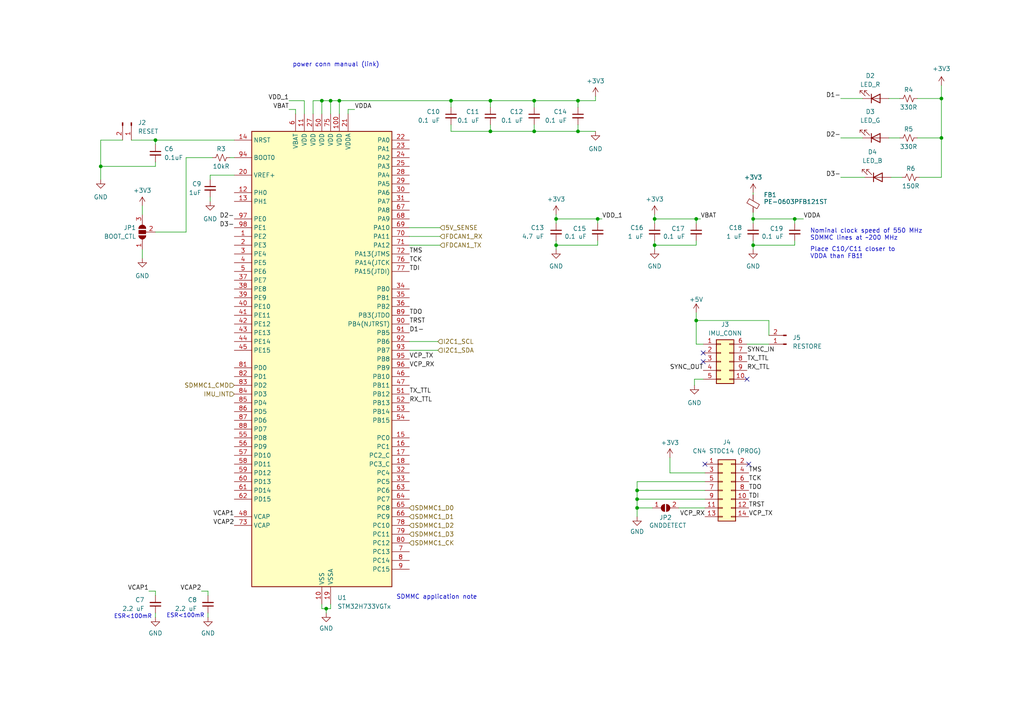
<source format=kicad_sch>
(kicad_sch (version 20230121) (generator eeschema)
  (paper "A4")
  (lib_symbols
    (symbol "Connector:Conn_01x02_Pin" (pin_names (offset 1.016) hide)
      (property "Reference" "J" (at 0 2.54 0))
      (property "Value" "Conn_01x02_Pin" (at 0 -5.08 0))
      (symbol "Conn_01x02_Pin_1_1"
        (polyline (pts (xy 1.27 -2.54) (xy 0.8636 -2.54)) (stroke (width 0.1524)))
        (polyline (pts (xy 1.27 0) (xy 0.8636 0)) (stroke (width 0.1524)))
        (rectangle (start 0.8636 -2.413) (end 0 -2.667) (stroke (width 0.1524)) (fill (type outline)))
        (rectangle (start 0.8636 0.127) (end 0 -0.127) (stroke (width 0.1524)) (fill (type outline)))
        (pin passive line (at 5.08 0 180) (length 3.81) (name "Pin_1") (number "1"))
        (pin passive line (at 5.08 -2.54 180) (length 3.81) (name "Pin_2") (number "2"))
      )
    )
    (symbol "Connector_Generic:Conn_02x05_Top_Bottom" (pin_names (offset 1.016) hide)
      (property "Reference" "J" (at 1.27 7.62 0))
      (property "Value" "Conn_02x05_Top_Bottom" (at 1.27 -7.62 0))
      (symbol "Conn_02x05_Top_Bottom_1_1"
        (rectangle (start -1.27 -4.953) (end 0 -5.207) (stroke (width 0.1524)))
        (rectangle (start -1.27 -2.413) (end 0 -2.667) (stroke (width 0.1524)))
        (rectangle (start -1.27 0.127) (end 0 -0.127) (stroke (width 0.1524)))
        (rectangle (start -1.27 2.667) (end 0 2.413) (stroke (width 0.1524)))
        (rectangle (start -1.27 5.207) (end 0 4.953) (stroke (width 0.1524)))
        (rectangle (start -1.27 6.35) (end 3.81 -6.35) (stroke (width 0.254)) (fill (type background)))
        (rectangle (start 3.81 -4.953) (end 2.54 -5.207) (stroke (width 0.1524)))
        (rectangle (start 3.81 -2.413) (end 2.54 -2.667) (stroke (width 0.1524)))
        (rectangle (start 3.81 0.127) (end 2.54 -0.127) (stroke (width 0.1524)))
        (rectangle (start 3.81 2.667) (end 2.54 2.413) (stroke (width 0.1524)))
        (rectangle (start 3.81 5.207) (end 2.54 4.953) (stroke (width 0.1524)))
        (pin passive line (at -5.08 5.08 0) (length 3.81) (name "Pin_1") (number "1"))
        (pin passive line (at 7.62 -5.08 180) (length 3.81) (name "Pin_10") (number "10"))
        (pin passive line (at -5.08 2.54 0) (length 3.81) (name "Pin_2") (number "2"))
        (pin passive line (at -5.08 0 0) (length 3.81) (name "Pin_3") (number "3"))
        (pin passive line (at -5.08 -2.54 0) (length 3.81) (name "Pin_4") (number "4"))
        (pin passive line (at -5.08 -5.08 0) (length 3.81) (name "Pin_5") (number "5"))
        (pin passive line (at 7.62 5.08 180) (length 3.81) (name "Pin_6") (number "6"))
        (pin passive line (at 7.62 2.54 180) (length 3.81) (name "Pin_7") (number "7"))
        (pin passive line (at 7.62 0 180) (length 3.81) (name "Pin_8") (number "8"))
        (pin passive line (at 7.62 -2.54 180) (length 3.81) (name "Pin_9") (number "9"))
      )
    )
    (symbol "Connector_Generic:Conn_02x07_Odd_Even" (pin_names (offset 1.016) hide)
      (property "Reference" "J" (at 1.27 10.16 0))
      (property "Value" "Conn_02x07_Odd_Even" (at 1.27 -10.16 0))
      (symbol "Conn_02x07_Odd_Even_1_1"
        (rectangle (start -1.27 -7.493) (end 0 -7.747) (stroke (width 0.1524)))
        (rectangle (start -1.27 -4.953) (end 0 -5.207) (stroke (width 0.1524)))
        (rectangle (start -1.27 -2.413) (end 0 -2.667) (stroke (width 0.1524)))
        (rectangle (start -1.27 0.127) (end 0 -0.127) (stroke (width 0.1524)))
        (rectangle (start -1.27 2.667) (end 0 2.413) (stroke (width 0.1524)))
        (rectangle (start -1.27 5.207) (end 0 4.953) (stroke (width 0.1524)))
        (rectangle (start -1.27 7.747) (end 0 7.493) (stroke (width 0.1524)))
        (rectangle (start -1.27 8.89) (end 3.81 -8.89) (stroke (width 0.254)) (fill (type background)))
        (rectangle (start 3.81 -7.493) (end 2.54 -7.747) (stroke (width 0.1524)))
        (rectangle (start 3.81 -4.953) (end 2.54 -5.207) (stroke (width 0.1524)))
        (rectangle (start 3.81 -2.413) (end 2.54 -2.667) (stroke (width 0.1524)))
        (rectangle (start 3.81 0.127) (end 2.54 -0.127) (stroke (width 0.1524)))
        (rectangle (start 3.81 2.667) (end 2.54 2.413) (stroke (width 0.1524)))
        (rectangle (start 3.81 5.207) (end 2.54 4.953) (stroke (width 0.1524)))
        (rectangle (start 3.81 7.747) (end 2.54 7.493) (stroke (width 0.1524)))
        (pin passive line (at -5.08 7.62 0) (length 3.81) (name "Pin_1") (number "1"))
        (pin passive line (at 7.62 -2.54 180) (length 3.81) (name "Pin_10") (number "10"))
        (pin passive line (at -5.08 -5.08 0) (length 3.81) (name "Pin_11") (number "11"))
        (pin passive line (at 7.62 -5.08 180) (length 3.81) (name "Pin_12") (number "12"))
        (pin passive line (at -5.08 -7.62 0) (length 3.81) (name "Pin_13") (number "13"))
        (pin passive line (at 7.62 -7.62 180) (length 3.81) (name "Pin_14") (number "14"))
        (pin passive line (at 7.62 7.62 180) (length 3.81) (name "Pin_2") (number "2"))
        (pin passive line (at -5.08 5.08 0) (length 3.81) (name "Pin_3") (number "3"))
        (pin passive line (at 7.62 5.08 180) (length 3.81) (name "Pin_4") (number "4"))
        (pin passive line (at -5.08 2.54 0) (length 3.81) (name "Pin_5") (number "5"))
        (pin passive line (at 7.62 2.54 180) (length 3.81) (name "Pin_6") (number "6"))
        (pin passive line (at -5.08 0 0) (length 3.81) (name "Pin_7") (number "7"))
        (pin passive line (at 7.62 0 180) (length 3.81) (name "Pin_8") (number "8"))
        (pin passive line (at -5.08 -2.54 0) (length 3.81) (name "Pin_9") (number "9"))
      )
    )
    (symbol "Device:C_Small" (pin_numbers hide) (pin_names (offset 0.254) hide)
      (property "Reference" "C" (at 0.254 1.778 0))
      (property "Value" "C_Small" (at 0.254 -2.032 0))
      (symbol "C_Small_0_1"
        (polyline (pts (xy -1.524 -0.508) (xy 1.524 -0.508)) (stroke (width 0.3302)))
        (polyline (pts (xy -1.524 0.508) (xy 1.524 0.508)) (stroke (width 0.3048)))
      )
      (symbol "C_Small_1_1"
        (pin passive line (at 0 2.54 270) (length 2.032) (name "~") (number "1"))
        (pin passive line (at 0 -2.54 90) (length 2.032) (name "~") (number "2"))
      )
    )
    (symbol "Device:FerriteBead_Small" (pin_numbers hide) (pin_names (offset 0))
      (property "Reference" "FB" (at 1.905 1.27 0))
      (property "Value" "FerriteBead_Small" (at 1.905 -1.27 0))
      (symbol "FerriteBead_Small_0_1"
        (polyline (pts (xy 0 -1.27) (xy 0 -0.7874)))
        (polyline (pts (xy 0 0.889) (xy 0 1.2954)))
        (polyline (pts (xy -1.8288 0.2794) (xy -1.1176 1.4986) (xy 1.8288 -0.2032) (xy 1.1176 -1.4224) (xy -1.8288 0.2794)))
      )
      (symbol "FerriteBead_Small_1_1"
        (pin passive line (at 0 2.54 270) (length 1.27) (name "~") (number "1"))
        (pin passive line (at 0 -2.54 90) (length 1.27) (name "~") (number "2"))
      )
    )
    (symbol "Device:LED" (pin_numbers hide) (pin_names (offset 1.016) hide)
      (property "Reference" "D" (at 0 2.54 0))
      (property "Value" "LED" (at 0 -2.54 0))
      (symbol "LED_0_1"
        (polyline (pts (xy -1.27 -1.27) (xy -1.27 1.27)) (stroke (width 0.254)))
        (polyline (pts (xy -1.27 0) (xy 1.27 0)))
        (polyline (pts (xy 1.27 -1.27) (xy 1.27 1.27) (xy -1.27 0) (xy 1.27 -1.27)) (stroke (width 0.254)))
        (polyline (pts (xy -3.048 -0.762) (xy -4.572 -2.286) (xy -3.81 -2.286) (xy -4.572 -2.286) (xy -4.572 -1.524)))
        (polyline (pts (xy -1.778 -0.762) (xy -3.302 -2.286) (xy -2.54 -2.286) (xy -3.302 -2.286) (xy -3.302 -1.524)))
      )
      (symbol "LED_1_1"
        (pin passive line (at -3.81 0 0) (length 2.54) (name "K") (number "1"))
        (pin passive line (at 3.81 0 180) (length 2.54) (name "A") (number "2"))
      )
    )
    (symbol "Device:R_Small_US" (pin_numbers hide) (pin_names (offset 0.254) hide)
      (property "Reference" "R" (at 0.762 0.508 0))
      (property "Value" "R_Small_US" (at 0.762 -1.016 0))
      (symbol "R_Small_US_1_1"
        (polyline (pts (xy 0 0) (xy 1.016 -0.381) (xy 0 -0.762) (xy -1.016 -1.143) (xy 0 -1.524)))
        (polyline (pts (xy 0 1.524) (xy 1.016 1.143) (xy 0 0.762) (xy -1.016 0.381) (xy 0 0)))
        (pin passive line (at 0 2.54 270) (length 1.016) (name "~") (number "1"))
        (pin passive line (at 0 -2.54 90) (length 1.016) (name "~") (number "2"))
      )
    )
    (symbol "Jumper:SolderJumper_2_Open" (pin_names (offset 0) hide)
      (property "Reference" "JP" (at 0 2.032 0))
      (property "Value" "SolderJumper_2_Open" (at 0 -2.54 0))
      (symbol "SolderJumper_2_Open_0_1"
        (arc (start -0.254 1.016) (mid -1.2656 0) (end -0.254 -1.016))
        (arc (start -0.254 1.016) (mid -1.2656 0) (end -0.254 -1.016) (fill (type outline)))
        (polyline (pts (xy -0.254 1.016) (xy -0.254 -1.016)))
        (polyline (pts (xy 0.254 1.016) (xy 0.254 -1.016)))
        (arc (start 0.254 -1.016) (mid 1.2656 0) (end 0.254 1.016))
        (arc (start 0.254 -1.016) (mid 1.2656 0) (end 0.254 1.016) (fill (type outline)))
      )
      (symbol "SolderJumper_2_Open_1_1"
        (pin passive line (at -3.81 0 0) (length 2.54) (name "A") (number "1"))
        (pin passive line (at 3.81 0 180) (length 2.54) (name "B") (number "2"))
      )
    )
    (symbol "Jumper:SolderJumper_3_Open" (pin_names (offset 0) hide)
      (property "Reference" "JP" (at -2.54 -2.54 0))
      (property "Value" "SolderJumper_3_Open" (at 0 2.794 0))
      (symbol "SolderJumper_3_Open_0_1"
        (arc (start -1.016 1.016) (mid -2.0276 0) (end -1.016 -1.016))
        (arc (start -1.016 1.016) (mid -2.0276 0) (end -1.016 -1.016) (fill (type outline)))
        (rectangle (start -0.508 1.016) (end 0.508 -1.016) (fill (type outline)))
        (polyline (pts (xy -2.54 0) (xy -2.032 0)))
        (polyline (pts (xy -1.016 1.016) (xy -1.016 -1.016)))
        (polyline (pts (xy 0 -1.27) (xy 0 -1.016)))
        (polyline (pts (xy 1.016 1.016) (xy 1.016 -1.016)))
        (polyline (pts (xy 2.54 0) (xy 2.032 0)))
        (arc (start 1.016 -1.016) (mid 2.0276 0) (end 1.016 1.016))
        (arc (start 1.016 -1.016) (mid 2.0276 0) (end 1.016 1.016) (fill (type outline)))
      )
      (symbol "SolderJumper_3_Open_1_1"
        (pin passive line (at -5.08 0 0) (length 2.54) (name "A") (number "1"))
        (pin passive line (at 0 -3.81 90) (length 2.54) (name "C") (number "2"))
        (pin passive line (at 5.08 0 180) (length 2.54) (name "B") (number "3"))
      )
    )
    (symbol "MCU_ST_STM32H7:STM32H733VGTx"
      (property "Reference" "U" (at -20.32 67.31 0))
      (property "Value" "STM32H733VGTx" (at 10.16 67.31 0))
      (symbol "STM32H733VGTx_0_1"
        (rectangle (start -20.32 -66.04) (end 20.32 66.04) (stroke (width 0.254)) (fill (type background)))
      )
      (symbol "STM32H733VGTx_1_1"
        (pin bidirectional line (at -25.4 35.56 0) (length 5.08) (name "PE2") (number "1"))
        (pin power_in line (at 0 -71.12 90) (length 5.08) (name "VSS") (number "10"))
        (pin power_in line (at 5.08 71.12 270) (length 5.08) (name "VDD") (number "100"))
        (pin power_in line (at -5.08 71.12 270) (length 5.08) (name "VDD") (number "11"))
        (pin bidirectional line (at -25.4 48.26 0) (length 5.08) (name "PH0") (number "12"))
        (pin bidirectional line (at -25.4 45.72 0) (length 5.08) (name "PH1") (number "13"))
        (pin input line (at -25.4 63.5 0) (length 5.08) (name "NRST") (number "14"))
        (pin bidirectional line (at 25.4 -22.86 180) (length 5.08) (name "PC0") (number "15"))
        (pin bidirectional line (at 25.4 -25.4 180) (length 5.08) (name "PC1") (number "16"))
        (pin bidirectional line (at 25.4 -27.94 180) (length 5.08) (name "PC2_C") (number "17"))
        (pin bidirectional line (at 25.4 -30.48 180) (length 5.08) (name "PC3_C") (number "18"))
        (pin power_in line (at 2.54 -71.12 90) (length 5.08) (name "VSSA") (number "19"))
        (pin bidirectional line (at -25.4 33.02 0) (length 5.08) (name "PE3") (number "2"))
        (pin input line (at -25.4 53.34 0) (length 5.08) (name "VREF+") (number "20"))
        (pin power_in line (at 7.62 71.12 270) (length 5.08) (name "VDDA") (number "21"))
        (pin bidirectional line (at 25.4 63.5 180) (length 5.08) (name "PA0") (number "22"))
        (pin bidirectional line (at 25.4 60.96 180) (length 5.08) (name "PA1") (number "23"))
        (pin bidirectional line (at 25.4 58.42 180) (length 5.08) (name "PA2") (number "24"))
        (pin bidirectional line (at 25.4 55.88 180) (length 5.08) (name "PA3") (number "25"))
        (pin passive line (at 0 -71.12 90) (length 5.08) hide (name "VSS") (number "26"))
        (pin power_in line (at -2.54 71.12 270) (length 5.08) (name "VDD") (number "27"))
        (pin bidirectional line (at 25.4 53.34 180) (length 5.08) (name "PA4") (number "28"))
        (pin bidirectional line (at 25.4 50.8 180) (length 5.08) (name "PA5") (number "29"))
        (pin bidirectional line (at -25.4 30.48 0) (length 5.08) (name "PE4") (number "3"))
        (pin bidirectional line (at 25.4 48.26 180) (length 5.08) (name "PA6") (number "30"))
        (pin bidirectional line (at 25.4 45.72 180) (length 5.08) (name "PA7") (number "31"))
        (pin bidirectional line (at 25.4 -33.02 180) (length 5.08) (name "PC4") (number "32"))
        (pin bidirectional line (at 25.4 -35.56 180) (length 5.08) (name "PC5") (number "33"))
        (pin bidirectional line (at 25.4 20.32 180) (length 5.08) (name "PB0") (number "34"))
        (pin bidirectional line (at 25.4 17.78 180) (length 5.08) (name "PB1") (number "35"))
        (pin bidirectional line (at 25.4 15.24 180) (length 5.08) (name "PB2") (number "36"))
        (pin bidirectional line (at -25.4 22.86 0) (length 5.08) (name "PE7") (number "37"))
        (pin bidirectional line (at -25.4 20.32 0) (length 5.08) (name "PE8") (number "38"))
        (pin bidirectional line (at -25.4 17.78 0) (length 5.08) (name "PE9") (number "39"))
        (pin bidirectional line (at -25.4 27.94 0) (length 5.08) (name "PE5") (number "4"))
        (pin bidirectional line (at -25.4 15.24 0) (length 5.08) (name "PE10") (number "40"))
        (pin bidirectional line (at -25.4 12.7 0) (length 5.08) (name "PE11") (number "41"))
        (pin bidirectional line (at -25.4 10.16 0) (length 5.08) (name "PE12") (number "42"))
        (pin bidirectional line (at -25.4 7.62 0) (length 5.08) (name "PE13") (number "43"))
        (pin bidirectional line (at -25.4 5.08 0) (length 5.08) (name "PE14") (number "44"))
        (pin bidirectional line (at -25.4 2.54 0) (length 5.08) (name "PE15") (number "45"))
        (pin bidirectional line (at 25.4 -5.08 180) (length 5.08) (name "PB10") (number "46"))
        (pin bidirectional line (at 25.4 -7.62 180) (length 5.08) (name "PB11") (number "47"))
        (pin power_out line (at -25.4 -45.72 0) (length 5.08) (name "VCAP") (number "48"))
        (pin passive line (at 0 -71.12 90) (length 5.08) hide (name "VSS") (number "49"))
        (pin bidirectional line (at -25.4 25.4 0) (length 5.08) (name "PE6") (number "5"))
        (pin power_in line (at 0 71.12 270) (length 5.08) (name "VDD") (number "50"))
        (pin bidirectional line (at 25.4 -10.16 180) (length 5.08) (name "PB12") (number "51"))
        (pin bidirectional line (at 25.4 -12.7 180) (length 5.08) (name "PB13") (number "52"))
        (pin bidirectional line (at 25.4 -15.24 180) (length 5.08) (name "PB14") (number "53"))
        (pin bidirectional line (at 25.4 -17.78 180) (length 5.08) (name "PB15") (number "54"))
        (pin bidirectional line (at -25.4 -22.86 0) (length 5.08) (name "PD8") (number "55"))
        (pin bidirectional line (at -25.4 -25.4 0) (length 5.08) (name "PD9") (number "56"))
        (pin bidirectional line (at -25.4 -27.94 0) (length 5.08) (name "PD10") (number "57"))
        (pin bidirectional line (at -25.4 -30.48 0) (length 5.08) (name "PD11") (number "58"))
        (pin bidirectional line (at -25.4 -33.02 0) (length 5.08) (name "PD12") (number "59"))
        (pin power_in line (at -7.62 71.12 270) (length 5.08) (name "VBAT") (number "6"))
        (pin bidirectional line (at -25.4 -35.56 0) (length 5.08) (name "PD13") (number "60"))
        (pin bidirectional line (at -25.4 -38.1 0) (length 5.08) (name "PD14") (number "61"))
        (pin bidirectional line (at -25.4 -40.64 0) (length 5.08) (name "PD15") (number "62"))
        (pin bidirectional line (at 25.4 -38.1 180) (length 5.08) (name "PC6") (number "63"))
        (pin bidirectional line (at 25.4 -40.64 180) (length 5.08) (name "PC7") (number "64"))
        (pin bidirectional line (at 25.4 -43.18 180) (length 5.08) (name "PC8") (number "65"))
        (pin bidirectional line (at 25.4 -45.72 180) (length 5.08) (name "PC9") (number "66"))
        (pin bidirectional line (at 25.4 43.18 180) (length 5.08) (name "PA8") (number "67"))
        (pin bidirectional line (at 25.4 40.64 180) (length 5.08) (name "PA9") (number "68"))
        (pin bidirectional line (at 25.4 38.1 180) (length 5.08) (name "PA10") (number "69"))
        (pin bidirectional line (at 25.4 -55.88 180) (length 5.08) (name "PC13") (number "7"))
        (pin bidirectional line (at 25.4 35.56 180) (length 5.08) (name "PA11") (number "70"))
        (pin bidirectional line (at 25.4 33.02 180) (length 5.08) (name "PA12") (number "71"))
        (pin bidirectional line (at 25.4 30.48 180) (length 5.08) (name "PA13(JTMS") (number "72"))
        (pin power_out line (at -25.4 -48.26 0) (length 5.08) (name "VCAP") (number "73"))
        (pin passive line (at 0 -71.12 90) (length 5.08) hide (name "VSS") (number "74"))
        (pin power_in line (at 2.54 71.12 270) (length 5.08) (name "VDD") (number "75"))
        (pin bidirectional line (at 25.4 27.94 180) (length 5.08) (name "PA14(JTCK") (number "76"))
        (pin bidirectional line (at 25.4 25.4 180) (length 5.08) (name "PA15(JTDI)") (number "77"))
        (pin bidirectional line (at 25.4 -48.26 180) (length 5.08) (name "PC10") (number "78"))
        (pin bidirectional line (at 25.4 -50.8 180) (length 5.08) (name "PC11") (number "79"))
        (pin bidirectional line (at 25.4 -58.42 180) (length 5.08) (name "PC14") (number "8"))
        (pin bidirectional line (at 25.4 -53.34 180) (length 5.08) (name "PC12") (number "80"))
        (pin bidirectional line (at -25.4 -2.54 0) (length 5.08) (name "PD0") (number "81"))
        (pin bidirectional line (at -25.4 -5.08 0) (length 5.08) (name "PD1") (number "82"))
        (pin bidirectional line (at -25.4 -7.62 0) (length 5.08) (name "PD2") (number "83"))
        (pin bidirectional line (at -25.4 -10.16 0) (length 5.08) (name "PD3") (number "84"))
        (pin bidirectional line (at -25.4 -12.7 0) (length 5.08) (name "PD4") (number "85"))
        (pin bidirectional line (at -25.4 -15.24 0) (length 5.08) (name "PD5") (number "86"))
        (pin bidirectional line (at -25.4 -17.78 0) (length 5.08) (name "PD6") (number "87"))
        (pin bidirectional line (at -25.4 -20.32 0) (length 5.08) (name "PD7") (number "88"))
        (pin bidirectional line (at 25.4 12.7 180) (length 5.08) (name "PB3(JTDO") (number "89"))
        (pin bidirectional line (at 25.4 -60.96 180) (length 5.08) (name "PC15") (number "9"))
        (pin bidirectional line (at 25.4 10.16 180) (length 5.08) (name "PB4(NJTRST)") (number "90"))
        (pin bidirectional line (at 25.4 7.62 180) (length 5.08) (name "PB5") (number "91"))
        (pin bidirectional line (at 25.4 5.08 180) (length 5.08) (name "PB6") (number "92"))
        (pin bidirectional line (at 25.4 2.54 180) (length 5.08) (name "PB7") (number "93"))
        (pin input line (at -25.4 58.42 0) (length 5.08) (name "BOOT0") (number "94"))
        (pin bidirectional line (at 25.4 0 180) (length 5.08) (name "PB8") (number "95"))
        (pin bidirectional line (at 25.4 -2.54 180) (length 5.08) (name "PB9") (number "96"))
        (pin bidirectional line (at -25.4 40.64 0) (length 5.08) (name "PE0") (number "97"))
        (pin bidirectional line (at -25.4 38.1 0) (length 5.08) (name "PE1") (number "98"))
        (pin passive line (at 0 -71.12 90) (length 5.08) hide (name "VSS") (number "99"))
      )
    )
    (symbol "power:+3V3" (power) (pin_names (offset 0))
      (property "Value" "+3V3" (at 0 3.556 0))
      (symbol "+3V3_0_1"
        (polyline (pts (xy -0.762 1.27) (xy 0 2.54)))
        (polyline (pts (xy 0 0) (xy 0 2.54)))
        (polyline (pts (xy 0 2.54) (xy 0.762 1.27)))
      )
      (symbol "+3V3_1_1"
        (pin power_in line (at 0 0 90) (length 0) hide (name "+3V3") (number "1"))
      )
    )
    (symbol "power:+5V" (power) (pin_names (offset 0))
      (property "Value" "+5V" (at 0 3.556 0))
      (symbol "+5V_0_1"
        (polyline (pts (xy -0.762 1.27) (xy 0 2.54)))
        (polyline (pts (xy 0 0) (xy 0 2.54)))
        (polyline (pts (xy 0 2.54) (xy 0.762 1.27)))
      )
      (symbol "+5V_1_1"
        (pin power_in line (at 0 0 90) (length 0) hide (name "+5V") (number "1"))
      )
    )
    (symbol "power:GND" (power) (pin_names (offset 0))
      (property "Value" "GND" (at 0 -3.81 0))
      (symbol "GND_0_1"
        (polyline (pts (xy 0 0) (xy 0 -1.27) (xy 1.27 -1.27) (xy 0 -2.54) (xy -1.27 -1.27) (xy 0 -1.27)))
      )
      (symbol "GND_1_1"
        (pin power_in line (at 0 0 270) (length 0) hide (name "GND") (number "1"))
      )
    )
  )
  (junction (at 189.865 63.5))
  (junction (at 167.64 38.1))
  (junction (at 167.64 29.21))
  (junction (at 45.085 40.64))
  (junction (at 184.785 147.32))
  (junction (at 273.05 28.575))
  (junction (at 218.44 71.12))
  (junction (at 142.24 38.1))
  (junction (at 94.615 176.53))
  (junction (at 230.505 63.5))
  (junction (at 189.865 71.12))
  (junction (at 201.93 63.5))
  (junction (at 201.93 92.964))
  (junction (at 273.05 40.005))
  (junction (at 154.94 29.21))
  (junction (at 95.885 29.21))
  (junction (at 154.94 38.1))
  (junction (at 93.345 29.21))
  (junction (at 161.29 63.5))
  (junction (at 184.785 144.78))
  (junction (at 218.44 63.5))
  (junction (at 130.81 29.21))
  (junction (at 173.355 63.5))
  (junction (at 161.29 71.12))
  (junction (at 184.785 142.24))
  (junction (at 142.24 29.21))
  (junction (at 29.21 48.26))
  (junction (at 98.425 29.21))
  (no_connect (at 203.962 102.362))
  (no_connect (at 203.962 104.902))
  (no_connect (at 216.662 109.982))
  (no_connect (at 204.47 134.62))
  (no_connect (at 217.17 134.62))
  (wire (pts (xy 130.81 29.21) (xy 130.81 31.115)))
  (wire (pts (xy 154.94 38.1) (xy 167.64 38.1)))
  (wire (pts (xy 184.785 142.24) (xy 204.47 142.24)))
  (wire (pts (xy 53.975 45.72) (xy 53.975 67.31)))
  (wire (pts (xy 29.21 48.26) (xy 45.085 48.26)))
  (wire (pts (xy 184.785 144.78) (xy 204.47 144.78)))
  (wire (pts (xy 142.24 29.21) (xy 154.94 29.21)))
  (wire (pts (xy 29.21 40.64) (xy 35.56 40.64)))
  (wire (pts (xy 230.505 63.5) (xy 230.505 64.77)))
  (wire (pts (xy 142.24 36.195) (xy 142.24 38.1)))
  (wire (pts (xy 45.085 171.45) (xy 45.085 172.72)))
  (wire (pts (xy 189.865 63.5) (xy 201.93 63.5)))
  (wire (pts (xy 189.865 71.12) (xy 201.93 71.12)))
  (wire (pts (xy 67.945 50.8) (xy 60.96 50.8)))
  (wire (pts (xy 204.47 139.7) (xy 184.785 139.7)))
  (wire (pts (xy 189.865 71.12) (xy 189.865 69.85)))
  (wire (pts (xy 167.64 38.1) (xy 167.64 36.195)))
  (wire (pts (xy 172.72 27.94) (xy 172.72 29.21)))
  (wire (pts (xy 218.44 61.595) (xy 218.44 63.5)))
  (wire (pts (xy 118.745 71.12) (xy 127.635 71.12)))
  (wire (pts (xy 161.29 62.23) (xy 161.29 63.5)))
  (wire (pts (xy 196.85 147.32) (xy 204.47 147.32)))
  (wire (pts (xy 194.31 137.16) (xy 204.47 137.16)))
  (wire (pts (xy 201.422 109.982) (xy 201.422 111.76)))
  (wire (pts (xy 243.84 40.005) (xy 250.19 40.005)))
  (wire (pts (xy 223.012 92.964) (xy 223.012 97.282)))
  (wire (pts (xy 218.44 71.12) (xy 230.505 71.12)))
  (wire (pts (xy 201.93 92.964) (xy 201.93 99.822)))
  (wire (pts (xy 58.42 171.45) (xy 60.325 171.45)))
  (wire (pts (xy 257.81 40.005) (xy 260.985 40.005)))
  (wire (pts (xy 95.885 29.21) (xy 98.425 29.21)))
  (wire (pts (xy 95.885 29.21) (xy 95.885 33.02)))
  (wire (pts (xy 95.885 176.53) (xy 95.885 175.26)))
  (wire (pts (xy 201.93 63.5) (xy 201.93 64.77)))
  (wire (pts (xy 93.345 175.26) (xy 93.345 176.53)))
  (wire (pts (xy 130.81 38.1) (xy 142.24 38.1)))
  (wire (pts (xy 88.265 33.02) (xy 88.265 29.21)))
  (wire (pts (xy 189.865 64.77) (xy 189.865 63.5)))
  (wire (pts (xy 118.745 99.06) (xy 127 99.06)))
  (wire (pts (xy 184.785 147.32) (xy 184.785 149.86)))
  (wire (pts (xy 60.96 57.15) (xy 60.96 58.42)))
  (wire (pts (xy 66.675 45.72) (xy 67.945 45.72)))
  (wire (pts (xy 161.29 64.77) (xy 161.29 63.5)))
  (wire (pts (xy 102.87 31.75) (xy 100.965 31.75)))
  (wire (pts (xy 98.425 29.21) (xy 130.81 29.21)))
  (wire (pts (xy 130.81 36.195) (xy 130.81 38.1)))
  (wire (pts (xy 93.345 176.53) (xy 94.615 176.53)))
  (wire (pts (xy 184.785 142.24) (xy 184.785 144.78)))
  (wire (pts (xy 273.05 28.575) (xy 273.05 24.765)))
  (wire (pts (xy 266.065 40.005) (xy 273.05 40.005)))
  (wire (pts (xy 201.93 99.822) (xy 203.962 99.822)))
  (wire (pts (xy 85.725 31.75) (xy 85.725 33.02)))
  (wire (pts (xy 38.1 40.64) (xy 45.085 40.64)))
  (wire (pts (xy 173.355 63.5) (xy 173.355 64.77)))
  (wire (pts (xy 161.29 72.39) (xy 161.29 71.12)))
  (wire (pts (xy 94.615 176.53) (xy 94.615 177.8)))
  (wire (pts (xy 173.355 69.85) (xy 173.355 71.12)))
  (wire (pts (xy 45.085 67.31) (xy 53.975 67.31)))
  (wire (pts (xy 41.275 59.69) (xy 41.275 62.23)))
  (wire (pts (xy 161.29 71.12) (xy 161.29 69.85)))
  (wire (pts (xy 201.93 69.85) (xy 201.93 71.12)))
  (wire (pts (xy 203.2 63.5) (xy 201.93 63.5)))
  (wire (pts (xy 45.085 179.07) (xy 45.085 177.8)))
  (wire (pts (xy 142.24 29.21) (xy 142.24 31.115)))
  (wire (pts (xy 201.93 90.678) (xy 201.93 92.964)))
  (wire (pts (xy 60.96 50.8) (xy 60.96 52.07)))
  (wire (pts (xy 167.64 29.21) (xy 172.72 29.21)))
  (wire (pts (xy 172.72 38.1) (xy 167.64 38.1)))
  (wire (pts (xy 154.94 36.195) (xy 154.94 38.1)))
  (wire (pts (xy 233.045 63.5) (xy 230.505 63.5)))
  (wire (pts (xy 194.31 132.715) (xy 194.31 137.16)))
  (wire (pts (xy 266.7 51.435) (xy 273.05 51.435)))
  (wire (pts (xy 216.662 99.822) (xy 223.012 99.822)))
  (wire (pts (xy 154.94 29.21) (xy 154.94 31.115)))
  (wire (pts (xy 161.29 63.5) (xy 173.355 63.5)))
  (wire (pts (xy 83.82 31.75) (xy 85.725 31.75)))
  (wire (pts (xy 184.785 144.78) (xy 184.785 147.32)))
  (wire (pts (xy 257.81 28.575) (xy 260.985 28.575)))
  (wire (pts (xy 218.44 72.39) (xy 218.44 71.12)))
  (wire (pts (xy 90.805 29.21) (xy 93.345 29.21)))
  (wire (pts (xy 118.745 101.6) (xy 127 101.6)))
  (wire (pts (xy 218.44 55.88) (xy 218.44 56.515)))
  (wire (pts (xy 258.445 51.435) (xy 261.62 51.435)))
  (wire (pts (xy 218.44 63.5) (xy 230.505 63.5)))
  (wire (pts (xy 130.81 29.21) (xy 142.24 29.21)))
  (wire (pts (xy 45.085 40.64) (xy 45.085 41.91)))
  (wire (pts (xy 29.21 40.64) (xy 29.21 48.26)))
  (wire (pts (xy 29.21 48.26) (xy 29.21 52.07)))
  (wire (pts (xy 266.065 28.575) (xy 273.05 28.575)))
  (wire (pts (xy 53.975 45.72) (xy 61.595 45.72)))
  (wire (pts (xy 45.085 40.64) (xy 67.945 40.64)))
  (wire (pts (xy 45.085 48.26) (xy 45.085 46.99)))
  (wire (pts (xy 218.44 64.77) (xy 218.44 63.5)))
  (wire (pts (xy 142.24 38.1) (xy 154.94 38.1)))
  (wire (pts (xy 118.745 68.58) (xy 127.635 68.58)))
  (wire (pts (xy 184.785 147.32) (xy 189.23 147.32)))
  (wire (pts (xy 98.425 33.02) (xy 98.425 29.21)))
  (wire (pts (xy 93.345 29.21) (xy 95.885 29.21)))
  (wire (pts (xy 167.64 29.21) (xy 167.64 31.115)))
  (wire (pts (xy 218.44 71.12) (xy 218.44 69.85)))
  (wire (pts (xy 273.05 28.575) (xy 273.05 40.005)))
  (wire (pts (xy 94.615 176.53) (xy 95.885 176.53)))
  (wire (pts (xy 60.325 179.07) (xy 60.325 177.8)))
  (wire (pts (xy 41.275 72.39) (xy 41.275 74.93)))
  (wire (pts (xy 118.745 66.04) (xy 127.635 66.04)))
  (wire (pts (xy 60.325 171.45) (xy 60.325 172.72)))
  (wire (pts (xy 88.265 29.21) (xy 83.82 29.21)))
  (wire (pts (xy 184.785 139.7) (xy 184.785 142.24)))
  (wire (pts (xy 189.865 72.39) (xy 189.865 71.12)))
  (wire (pts (xy 203.962 109.982) (xy 201.422 109.982)))
  (wire (pts (xy 43.18 171.45) (xy 45.085 171.45)))
  (wire (pts (xy 154.94 29.21) (xy 167.64 29.21)))
  (wire (pts (xy 93.345 29.21) (xy 93.345 33.02)))
  (wire (pts (xy 161.29 71.12) (xy 173.355 71.12)))
  (wire (pts (xy 250.825 51.435) (xy 243.84 51.435)))
  (wire (pts (xy 230.505 69.85) (xy 230.505 71.12)))
  (wire (pts (xy 243.84 28.575) (xy 250.19 28.575)))
  (wire (pts (xy 174.625 63.5) (xy 173.355 63.5)))
  (wire (pts (xy 273.05 40.005) (xy 273.05 51.435)))
  (wire (pts (xy 201.93 92.964) (xy 223.012 92.964)))
  (wire (pts (xy 100.965 31.75) (xy 100.965 33.02)))
  (wire (pts (xy 90.805 33.02) (xy 90.805 29.21)))
  (wire (pts (xy 189.865 62.23) (xy 189.865 63.5)))
  (text "ESR<100mR" (at 48.26 179.324 0) (effects (font (size 1.17 1.17)) (justify left bottom)))
  (text "Nominal clock speed of 550 MHz\nSDMMC lines at ~200 MHz\n" (at 234.95 69.85 0) (effects (font (size 1.27 1.27)) (justify left bottom)))
  (text "power conn manual (link)" (at 84.836 19.558 0) (effects (font (size 1.27 1.27)) (justify left bottom)))
  (text "ESR<100mR" (at 33.02 179.578 0) (effects (font (size 1.17 1.17)) (justify left bottom)))
  (text "Place C10/C11 closer to \nVDDA than FB1!\n" (at 234.95 75.184 0) (effects (font (size 1.27 1.27)) (justify left bottom)))
  (text "SDMMC application note" (at 114.935 173.99 0) (effects (font (size 1.27 1.27)) (justify left bottom)))
  (label "VCP_RX" (at 118.745 106.68 0))
  (label "TDI" (at 118.745 78.74 0))
  (label "VCAP2" (at 67.945 152.4 180))
  (label "VCAP2" (at 58.42 171.45 180))
  (label "TX_TTL" (at 216.662 104.902 0))
  (label "VBAT" (at 83.82 31.75 180))
  (label "TCK" (at 217.17 139.7 0))
  (label "SYNC_IN" (at 216.662 102.362 0))
  (label "D3-" (at 67.945 66.04 180))
  (label "D2-" (at 243.84 40.005 180))
  (label "RX_TTL" (at 118.745 116.84 0))
  (label "SYNC_OUT" (at 203.962 107.442 180))
  (label "VCP_RX" (at 204.47 149.86 180))
  (label "D1-" (at 243.84 28.575 180))
  (label "TMS" (at 217.17 137.16 0))
  (label "VDDA" (at 233.045 63.5 0))
  (label "TX_TTL" (at 118.745 114.3 0))
  (label "D1-" (at 118.745 96.52 0))
  (label "RX_TTL" (at 216.662 107.442 0))
  (label "TRST" (at 217.17 147.32 0))
  (label "D2-" (at 67.945 63.5 180))
  (label "VDD_1" (at 83.82 29.21 180))
  (label "D3-" (at 243.84 51.435 180))
  (label "TDO" (at 217.17 142.24 0))
  (label "VCP_TX" (at 118.745 104.14 0))
  (label "VCAP1" (at 67.945 149.86 180))
  (label "TMS" (at 118.745 73.66 0))
  (label "TDI" (at 217.17 144.78 0))
  (label "VDDA" (at 102.87 31.75 0))
  (label "TRST" (at 118.745 93.98 0))
  (label "VCP_TX" (at 217.17 149.86 0))
  (label "VBAT" (at 203.2 63.5 0))
  (label "VCAP1" (at 43.18 171.45 180))
  (label "VDD_1" (at 174.625 63.5 0))
  (label "TCK" (at 118.745 76.2 0))
  (label "TDO" (at 118.745 91.44 0))
  (hierarchical_label "SDMMC1_CK" (shape input) (at 118.745 157.48 0))
  (hierarchical_label "SDMMC1_D1" (shape input) (at 118.745 149.86 0))
  (hierarchical_label "SDMMC1_CMD" (shape input) (at 67.945 111.76 180))
  (hierarchical_label "I2C1_SDA" (shape input) (at 127 101.6 0))
  (hierarchical_label "I2C1_SCL" (shape input) (at 127 99.06 0))
  (hierarchical_label "5V_SENSE" (shape input) (at 127.635 66.04 0))
  (hierarchical_label "SDMMC1_D2" (shape input) (at 118.745 152.4 0))
  (hierarchical_label "SDMMC1_D0" (shape input) (at 118.745 147.32 0))
  (hierarchical_label "IMU_INT" (shape input) (at 67.945 114.3 180))
  (hierarchical_label "FDCAN1_RX" (shape input) (at 127.635 68.58 0))
  (hierarchical_label "SDMMC1_D3" (shape input) (at 118.745 154.94 0))
  (hierarchical_label "FDCAN1_TX" (shape input) (at 127.635 71.12 0))
  (symbol (lib_id "Device:C_Small") (at 154.94 33.655 0) (mirror y) (unit 1)
    (property "Reference" "C12" (at 151.765 32.3913 0) (effects (justify left)))
    (property "Value" "0.1 uF" (at 151.765 34.9313 0) (effects (justify left)))
    (property "Footprint" "Capacitor_SMD:C_0805_2012Metric_Pad1.18x1.45mm_HandSolder" (effects hide))
  )
  (symbol (lib_id "Device:C_Small") (at 60.96 54.61 0) (mirror y) (unit 1)
    (property "Reference" "C9" (at 58.42 53.34 0) (effects (justify left)))
    (property "Value" "1uF" (at 58.42 55.88 0) (effects (justify left)))
    (property "Footprint" "Capacitor_SMD:C_0805_2012Metric_Pad1.18x1.45mm_HandSolder" (effects hide))
  )
  (symbol (lib_id "Device:FerriteBead_Small") (at 218.44 59.055 180) (unit 1)
    (property "Reference" "FB1" (at 221.488 56.515 0) (effects (justify right)))
    (property "Value" "PE-0603PFB121ST" (at 221.488 58.5089 0) (effects (justify right)))
    (property "Footprint" "Capacitor_SMD:C_0603_1608Metric_Pad1.08x0.95mm_HandSolder" (effects hide))
  )
  (symbol (lib_id "power:GND") (at 94.615 177.8 0) (unit 1)
    (property "Reference" "#PWR023" (effects hide))
    (property "Value" "GND" (at 94.615 182.245 0))
  )
  (symbol (lib_id "Device:LED") (at 254 28.575 0) (mirror x) (unit 1)
    (property "Reference" "D2" (at 252.4125 21.971 0))
    (property "Value" "LED_R" (at 252.4125 24.511 0))
    (property "Footprint" "LED_SMD:LED_1206_3216Metric_Pad1.42x1.75mm_HandSolder" (effects hide))
  )
  (symbol (lib_id "power:GND") (at 29.21 52.07 0) (unit 1)
    (property "Reference" "#PWR017" (effects hide))
    (property "Value" "GND" (at 29.21 57.15 0))
  )
  (symbol (lib_id "power:+5V") (at 201.93 90.678 0) (unit 1)
    (property "Reference" "#PWR033" (effects hide))
    (property "Value" "+5V" (at 201.93 86.868 0))
  )
  (symbol (lib_id "Device:C_Small") (at 167.64 33.655 0) (mirror y) (unit 1)
    (property "Reference" "C14" (at 164.465 32.3913 0) (effects (justify left)))
    (property "Value" "0.1 uF" (at 164.465 34.9313 0) (effects (justify left)))
    (property "Footprint" "Capacitor_SMD:C_0805_2012Metric_Pad1.18x1.45mm_HandSolder" (effects hide))
  )
  (symbol (lib_id "power:GND") (at 201.422 111.76 0) (unit 1)
    (property "Reference" "#PWR032" (effects hide))
    (property "Value" "GND" (at 201.422 116.84 0))
  )
  (symbol (lib_id "Device:C_Small") (at 142.24 33.655 0) (mirror y) (unit 1)
    (property "Reference" "C11" (at 139.065 32.3913 0) (effects (justify left)))
    (property "Value" "0.1 uF" (at 139.065 34.9313 0) (effects (justify left)))
    (property "Footprint" "Capacitor_SMD:C_0805_2012Metric_Pad1.18x1.45mm_HandSolder" (effects hide))
  )
  (symbol (lib_id "Connector_Generic:Conn_02x07_Odd_Even") (at 209.55 142.24 0) (unit 1)
    (property "Reference" "J4" (at 210.82 128.27 0))
    (property "Value" "CN4 STDC14 (PROG)" (at 210.82 130.81 0))
    (property "Footprint" "Connector_PinSocket_1.27mm:PinSocket_2x07_P1.27mm_Vertical_SMD" (effects hide))
  )
  (symbol (lib_id "power:+3V3") (at 172.72 27.94 0) (mirror y) (unit 1)
    (property "Reference" "#PWR026" (effects hide))
    (property "Value" "+3V3" (at 172.72 23.495 0))
  )
  (symbol (lib_id "Device:R_Small_US") (at 263.525 28.575 270) (unit 1)
    (property "Reference" "R4" (at 263.525 26.035 90))
    (property "Value" "330R" (at 263.525 31.115 90))
    (property "Footprint" "Resistor_SMD:R_0805_2012Metric_Pad1.20x1.40mm_HandSolder" (effects hide))
  )
  (symbol (lib_id "power:GND") (at 184.785 149.86 0) (unit 1)
    (property "Reference" "#PWR028" (effects hide))
    (property "Value" "GND" (at 184.785 154.178 0))
  )
  (symbol (lib_id "Device:C_Small") (at 218.44 67.31 0) (mirror y) (unit 1)
    (property "Reference" "C18" (at 215.265 66.0463 0) (effects (justify left)))
    (property "Value" "1 uF" (at 215.265 68.5863 0) (effects (justify left)))
    (property "Footprint" "Capacitor_SMD:C_0805_2012Metric_Pad1.18x1.45mm_HandSolder" (effects hide))
  )
  (symbol (lib_id "power:GND") (at 41.275 74.93 0) (unit 1)
    (property "Reference" "#PWR019" (effects hide))
    (property "Value" "GND" (at 41.275 80.01 0))
  )
  (symbol (lib_id "power:GND") (at 172.72 38.1 0) (unit 1)
    (property "Reference" "#PWR027" (effects hide))
    (property "Value" "GND" (at 172.72 43.18 0))
  )
  (symbol (lib_id "Device:R_Small_US") (at 264.16 51.435 270) (unit 1)
    (property "Reference" "R6" (at 264.16 48.895 90))
    (property "Value" "150R" (at 264.16 53.975 90))
    (property "Footprint" "Resistor_SMD:R_0805_2012Metric_Pad1.20x1.40mm_HandSolder" (effects hide))
  )
  (symbol (lib_id "Connector:Conn_01x02_Pin") (at 228.092 99.822 180) (unit 1)
    (property "Reference" "J5" (at 229.87 97.917 0) (effects (justify right)))
    (property "Value" "RESTORE" (at 229.87 100.457 0) (effects (justify right)))
  )
  (symbol (lib_id "power:+3V3") (at 218.44 55.88 0) (mirror y) (unit 1)
    (property "Reference" "#PWR034" (effects hide))
    (property "Value" "+3V3" (at 218.44 51.435 0))
  )
  (symbol (lib_id "Connector:Conn_01x02_Pin") (at 38.1 35.56 270) (unit 1)
    (property "Reference" "J2" (at 40.005 35.56 90) (effects (justify left)))
    (property "Value" "RESET" (at 40.005 38.1 90) (effects (justify left)))
    (property "Footprint" "Connector_PinSocket_2.00mm:PinSocket_1x02_P2.00mm_Vertical" (effects hide))
  )
  (symbol (lib_id "power:GND") (at 189.865 72.39 0) (unit 1)
    (property "Reference" "#PWR030" (effects hide))
    (property "Value" "GND" (at 189.865 77.216 0))
  )
  (symbol (lib_id "power:GND") (at 60.325 179.07 0) (unit 1)
    (property "Reference" "#PWR021" (effects hide))
    (property "Value" "GND" (at 60.325 183.642 0))
  )
  (symbol (lib_id "power:GND") (at 161.29 72.39 0) (unit 1)
    (property "Reference" "#PWR025" (effects hide))
    (property "Value" "GND" (at 161.29 77.216 0))
  )
  (symbol (lib_id "Device:C_Small") (at 161.29 67.31 0) (mirror y) (unit 1)
    (property "Reference" "C13" (at 153.924 66.04 0) (effects (justify right)))
    (property "Value" "4.7 uF" (at 151.384 68.58 0) (effects (justify right)))
    (property "Footprint" "Capacitor_SMD:C_0805_2012Metric_Pad1.18x1.45mm_HandSolder" (effects hide))
  )
  (symbol (lib_id "Device:R_Small_US") (at 64.135 45.72 270) (unit 1)
    (property "Reference" "R3" (at 64.135 43.18 90))
    (property "Value" "10kR" (at 64.135 48.26 90))
    (property "Footprint" "Resistor_SMD:R_0805_2012Metric_Pad1.20x1.40mm_HandSolder" (effects hide))
  )
  (symbol (lib_id "Device:C_Small") (at 189.865 67.31 0) (mirror y) (unit 1)
    (property "Reference" "C16" (at 186.69 66.0463 0) (effects (justify left)))
    (property "Value" "1 uF" (at 186.69 68.5863 0) (effects (justify left)))
    (property "Footprint" "Capacitor_SMD:C_0805_2012Metric_Pad1.18x1.45mm_HandSolder" (effects hide))
  )
  (symbol (lib_id "Device:LED") (at 254.635 51.435 0) (mirror x) (unit 1)
    (property "Reference" "D4" (at 253.0475 44.069 0))
    (property "Value" "LED_B" (at 253.0475 46.609 0))
    (property "Footprint" "LED_SMD:LED_1206_3216Metric_Pad1.42x1.75mm_HandSolder" (effects hide))
  )
  (symbol (lib_id "Device:C_Small") (at 45.085 44.45 0) (unit 1)
    (property "Reference" "C6" (at 47.625 43.18 0) (effects (justify left)))
    (property "Value" "0.1uF" (at 47.625 45.72 0) (effects (justify left)))
    (property "Footprint" "Capacitor_SMD:C_0805_2012Metric_Pad1.18x1.45mm_HandSolder" (effects hide))
  )
  (symbol (lib_id "Device:C_Small") (at 60.325 175.26 0) (mirror x) (unit 1)
    (property "Reference" "C8" (at 57.15 173.9836 0) (effects (justify right)))
    (property "Value" "2.2 uF" (at 57.15 176.5236 0) (effects (justify right)))
    (property "Footprint" "Capacitor_SMD:C_0805_2012Metric_Pad1.18x1.45mm_HandSolder" (effects hide))
  )
  (symbol (lib_id "Device:C_Small") (at 45.085 175.26 0) (mirror x) (unit 1)
    (property "Reference" "C7" (at 41.91 173.9836 0) (effects (justify right)))
    (property "Value" "2.2 uF" (at 41.91 176.5236 0) (effects (justify right)))
    (property "Footprint" "Capacitor_SMD:C_0805_2012Metric_Pad1.18x1.45mm_HandSolder" (effects hide))
  )
  (symbol (lib_id "power:+3V3") (at 189.865 62.23 0) (mirror y) (unit 1)
    (property "Reference" "#PWR029" (effects hide))
    (property "Value" "+3V3" (at 189.865 57.785 0))
  )
  (symbol (lib_id "Jumper:SolderJumper_3_Open") (at 41.275 67.31 90) (unit 1)
    (property "Reference" "JP1" (at 39.497 66.04 90) (effects (justify left)))
    (property "Value" "BOOT_CTL" (at 39.497 68.58 90) (effects (justify left)))
    (property "Footprint" "Jumper:SolderJumper-3_P1.3mm_Open_Pad1.0x1.5mm_NumberLabels" (effects hide))
  )
  (symbol (lib_id "power:+3V3") (at 41.275 59.69 0) (unit 1)
    (property "Reference" "#PWR018" (effects hide))
    (property "Value" "+3V3" (at 41.275 55.245 0))
  )
  (symbol (lib_id "Device:C_Small") (at 201.93 67.31 0) (mirror y) (unit 1)
    (property "Reference" "C17" (at 198.628 66.294 0) (effects (justify left)))
    (property "Value" "0.1 uF" (at 198.755 68.5863 0) (effects (justify left)))
    (property "Footprint" "Capacitor_SMD:C_0805_2012Metric_Pad1.18x1.45mm_HandSolder" (effects hide))
  )
  (symbol (lib_id "power:+3V3") (at 161.29 62.23 0) (mirror y) (unit 1)
    (property "Reference" "#PWR024" (effects hide))
    (property "Value" "+3V3" (at 161.29 57.785 0))
  )
  (symbol (lib_id "power:+3V3") (at 194.31 132.715 0) (unit 1)
    (property "Reference" "#PWR031" (effects hide))
    (property "Value" "+3V3" (at 194.31 128.397 0))
  )
  (symbol (lib_id "Jumper:SolderJumper_2_Open") (at 193.04 147.32 0) (unit 1)
    (property "Reference" "JP2" (at 193.04 150.114 0))
    (property "Value" "GNDDETECT" (at 193.675 152.4 0))
    (property "Footprint" "Jumper:SolderJumper-2_P1.3mm_Open_Pad1.0x1.5mm" (effects hide))
  )
  (symbol (lib_id "Device:C_Small") (at 130.81 33.655 0) (mirror y) (unit 1)
    (property "Reference" "C10" (at 127.635 32.3913 0) (effects (justify left)))
    (property "Value" "0.1 uF" (at 127.635 34.9313 0) (effects (justify left)))
    (property "Footprint" "Capacitor_SMD:C_0805_2012Metric_Pad1.18x1.45mm_HandSolder" (effects hide))
  )
  (symbol (lib_id "Device:R_Small_US") (at 263.525 40.005 270) (unit 1)
    (property "Reference" "R5" (at 263.525 37.465 90))
    (property "Value" "330R" (at 263.525 42.545 90))
    (property "Footprint" "Resistor_SMD:R_0805_2012Metric_Pad1.20x1.40mm_HandSolder" (effects hide))
  )
  (symbol (lib_id "Device:C_Small") (at 173.355 67.31 0) (mirror y) (unit 1)
    (property "Reference" "C15" (at 170.053 66.294 0) (effects (justify left)))
    (property "Value" "0.1 uF" (at 170.18 68.5863 0) (effects (justify left)))
    (property "Footprint" "Capacitor_SMD:C_0805_2012Metric_Pad1.18x1.45mm_HandSolder" (effects hide))
  )
  (symbol (lib_id "MCU_ST_STM32H7:STM32H733VGTx") (at 93.345 104.14 0) (unit 1)
    (property "Reference" "U1" (at 97.8409 173.355 0) (effects (justify left)))
    (property "Value" "STM32H733VGTx" (at 97.8409 175.895 0) (effects (justify left)))
    (property "Footprint" "Package_QFP:LQFP-100_14x14mm_P0.5mm" (effects hide))
    (property "Datasheet" "https://www.st.com/resource/en/datasheet/stm32h733vg.pdf" (effects hide))
    (instances (project "processor" (path "" (reference "U1") (unit 1)) (path "" (reference "U4") (unit 1))))
  )
  (symbol (lib_id "Device:C_Small") (at 230.505 67.31 0) (mirror y) (unit 1)
    (property "Reference" "C19" (at 227.203 66.294 0) (effects (justify left)))
    (property "Value" "0.1 uF" (at 227.33 68.5863 0) (effects (justify left)))
    (property "Footprint" "Capacitor_SMD:C_0805_2012Metric_Pad1.18x1.45mm_HandSolder" (effects hide))
  )
  (symbol (lib_id "power:GND") (at 218.44 72.39 0) (unit 1)
    (property "Reference" "#PWR035" (effects hide))
    (property "Value" "GND" (at 218.44 77.216 0))
  )
  (symbol (lib_id "power:GND") (at 60.96 58.42 0) (unit 1)
    (property "Reference" "#PWR022" (effects hide))
    (property "Value" "GND" (at 60.96 63.5 0))
  )
  (symbol (lib_id "power:GND") (at 45.085 179.07 0) (unit 1)
    (property "Reference" "#PWR020" (effects hide))
    (property "Value" "GND" (at 45.085 183.642 0))
  )
  (symbol (lib_id "Connector_Generic:Conn_02x05_Top_Bottom") (at 209.042 104.902 0) (unit 1)
    (property "Reference" "J3" (at 210.312 94.107 0))
    (property "Value" "IMU_CONN" (at 210.312 96.647 0))
    (property "Footprint" "canhw:connector_Harwin_M80-5000642" (effects hide))
  )
  (symbol (lib_id "Device:LED") (at 254 40.005 0) (mirror x) (unit 1)
    (property "Reference" "D3" (at 252.4125 32.385 0))
    (property "Value" "LED_G" (at 252.4125 34.925 0))
    (property "Footprint" "LED_SMD:LED_1206_3216Metric_Pad1.42x1.75mm_HandSolder" (effects hide))
  )
  (symbol (lib_id "power:+3V3") (at 273.05 24.765 0) (unit 1)
    (property "Reference" "#PWR036" (effects hide))
    (property "Value" "+3V3" (at 273.05 19.939 0))
  )
)
</source>
